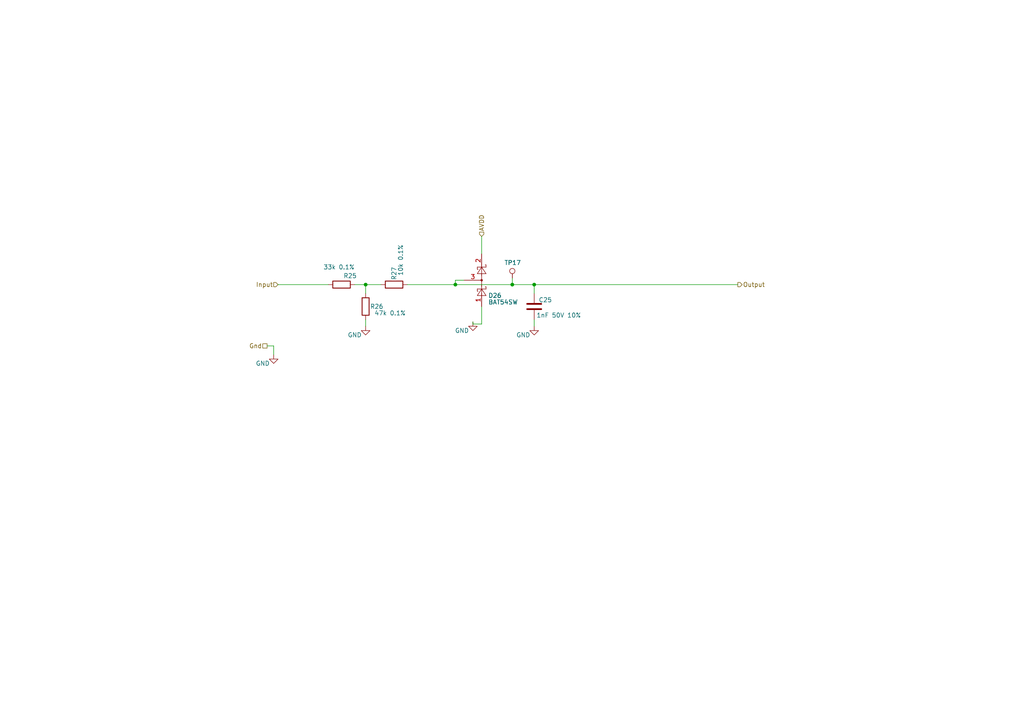
<source format=kicad_sch>
(kicad_sch (version 20231120) (generator "eeschema") (generator_version "8.0")
  (paper "A4")
  (lib_symbols
    (symbol "Device:C" (pin_numbers hide) (pin_names (offset 0.254))
      (property "Reference" "C" (at 0.635 2.54 0))
      (property "Value" "C" (at 0.635 -2.54 0))
      (symbol "C_0_1"
        (polyline (pts (xy -2.032 -0.762) (xy 2.032 -0.762)) (stroke (width 0.508)))
        (polyline (pts (xy -2.032 0.762) (xy 2.032 0.762)) (stroke (width 0.508)))
      )
      (symbol "C_1_1"
        (pin passive line (at 0 3.81 270) (length 2.794) (name "~") (number "1"))
        (pin passive line (at 0 -3.81 90) (length 2.794) (name "~") (number "2"))
      )
    )
    (symbol "Device:R" (pin_numbers hide) (pin_names (offset 0))
      (property "Reference" "R" (at 2.032 0 90))
      (property "Value" "R" (at 0 0 90))
      (symbol "R_0_1"
        (rectangle (start -1.016 -2.54) (end 1.016 2.54) (stroke (width 0.254)))
      )
      (symbol "R_1_1"
        (pin passive line (at 0 3.81 270) (length 1.27) (name "~") (number "1"))
        (pin passive line (at 0 -3.81 90) (length 1.27) (name "~") (number "2"))
      )
    )
    (symbol "Diode:BAT54SW" (pin_names (offset 1.016))
      (property "Reference" "D" (at 0.635 -3.81 0))
      (property "Value" "BAT54SW" (at -6.35 3.175 0))
      (symbol "BAT54SW_0_1"
        (polyline (pts (xy -3.81 0) (xy -1.27 0)))
        (polyline (pts (xy -3.175 -1.27) (xy -3.175 -1.016)))
        (polyline (pts (xy -2.54 -1.27) (xy -3.175 -1.27)))
        (polyline (pts (xy -2.54 -1.27) (xy -2.54 1.27)))
        (polyline (pts (xy -2.54 1.27) (xy -1.905 1.27)))
        (polyline (pts (xy -1.905 0) (xy 1.905 0)))
        (polyline (pts (xy -1.905 1.27) (xy -1.905 1.016)))
        (polyline (pts (xy 1.27 0) (xy 3.81 0)))
        (polyline (pts (xy 3.175 -1.27) (xy 3.175 -1.016)))
        (polyline (pts (xy 3.81 -1.27) (xy 3.175 -1.27)))
        (polyline (pts (xy 3.81 -1.27) (xy 3.81 1.27)))
        (polyline (pts (xy 3.81 1.27) (xy 4.445 1.27)))
        (polyline (pts (xy 4.445 1.27) (xy 4.445 1.016)))
        (polyline (pts (xy -4.445 1.27) (xy -4.445 -1.27) (xy -2.54 0) (xy -4.445 1.27)))
        (polyline (pts (xy 1.905 1.27) (xy 1.905 -1.27) (xy 3.81 0) (xy 1.905 1.27)))
        (circle (center 0 0) (radius 0.254) (fill (type outline)))
      )
      (symbol "BAT54SW_1_1"
        (pin passive line (at -7.62 0 0) (length 3.81) (name "~") (number "1"))
        (pin passive line (at 7.62 0 180) (length 3.81) (name "~") (number "2"))
        (pin passive line (at 0 -5.08 90) (length 5.08) (name "~") (number "3"))
      )
    )
    (symbol "TP:TestPointShort" (pin_numbers hide) (pin_names (offset 0.762) hide) (in_bom no)
      (property "Reference" "TP" (at 0 6.35 0))
      (property "Value" "TestPointShort" (at 0 3.81 0))
      (symbol "TestPointShort_0_1"
        (circle (center 0 2.032) (radius 0.762))
      )
      (symbol "TestPointShort_1_1"
        (pin passive line (at 0 0 90) (length 1.27) (name "1") (number "1"))
      )
    )
    (symbol "power:GND" (power) (pin_names (offset 0))
      (property "Value" "GND" (at 0 -3.81 0))
      (symbol "GND_0_1"
        (polyline (pts (xy 0 0) (xy 0 -1.27) (xy 1.27 -1.27) (xy 0 -2.54) (xy -1.27 -1.27) (xy 0 -1.27)))
      )
      (symbol "GND_1_1"
        (pin power_in line (at 0 0 270) (length 0) hide (name "GND") (number "1"))
      )
    )
  )
  (junction (at 154.94 82.55))
  (junction (at 106.045 82.55))
  (junction (at 148.59 82.55))
  (junction (at 132.08 82.55))
  (wire (pts (xy 106.045 92.71) (xy 106.045 94.615)))
  (wire (pts (xy 154.94 94.615) (xy 154.94 92.71)))
  (wire (pts (xy 148.59 80.645) (xy 148.59 82.55)))
  (wire (pts (xy 137.16 93.98) (xy 137.16 93.345)))
  (wire (pts (xy 79.375 100.33) (xy 79.375 102.87)))
  (wire (pts (xy 154.94 82.55) (xy 154.94 85.09)))
  (wire (pts (xy 102.87 82.55) (xy 106.045 82.55)))
  (wire (pts (xy 139.7 68.58) (xy 139.7 73.66)))
  (wire (pts (xy 106.045 82.55) (xy 110.49 82.55)))
  (wire (pts (xy 132.08 81.28) (xy 132.08 82.55)))
  (wire (pts (xy 134.62 81.28) (xy 132.08 81.28)))
  (wire (pts (xy 139.7 93.98) (xy 137.16 93.98)))
  (wire (pts (xy 148.59 82.55) (xy 154.94 82.55)))
  (wire (pts (xy 80.645 82.55) (xy 95.25 82.55)))
  (wire (pts (xy 77.47 100.33) (xy 79.375 100.33)))
  (wire (pts (xy 139.7 88.9) (xy 139.7 93.98)))
  (wire (pts (xy 118.11 82.55) (xy 132.08 82.55)))
  (wire (pts (xy 154.94 82.55) (xy 213.995 82.55)))
  (wire (pts (xy 132.08 82.55) (xy 148.59 82.55)))
  (wire (pts (xy 106.045 82.55) (xy 106.045 85.09)))
  (hierarchical_label "Input" (shape input) (at 80.645 82.55 180))
  (hierarchical_label "Gnd" (shape passive) (at 77.47 100.33 180))
  (hierarchical_label "Output" (shape output) (at 213.995 82.55 0))
  (hierarchical_label "AVDD" (shape input) (at 139.7 68.58 90))
  (symbol (lib_id "power:GND") (at 79.375 102.87 0) (unit 1)
    (property "Reference" "#PWR071" (effects (hide yes)))
    (property "Value" "GND" (at 76.2 105.41 0))
    (instances (project "plant_watering" (path "" (reference "#PWR071") (unit 1)) (path "" (reference "#PWR075") (unit 1))))
  )
  (symbol (lib_id "TP:TestPointShort") (at 148.59 80.645 0) (mirror y) (unit 1) (in_bom no)
    (property "Reference" "TP17" (at 151.13 76.2 0) (effects (justify left)))
    (property "Value" "TP" (effects (hide yes)))
    (property "Footprint" "TestPoint:TestPoint_Pad_D1.0mm" (effects (hide yes)))
    (property "Shop" "N/A" (effects (hide yes)))
    (instances (project "plant_watering" (path "" (reference "TP17") (unit 1)) (path "" (reference "TP18") (unit 1))))
  )
  (symbol (lib_id "Diode:BAT54SW") (at 139.7 81.28 270) (mirror x) (unit 1)
    (property "Reference" "D26" (at 141.605 85.7249 90) (effects (justify left)))
    (property "Value" "BAT54SW" (at 141.605 87.6299 90) (effects (justify left)))
    (property "Footprint" "Package_TO_SOT_SMD:SOT-323_SC-70" (effects (hide yes)))
    (property "TME link" "https://www.tme.eu/pl/details/bat54sw.115/diody-schottky-smd/nexperia/bat54sw-115/" (effects (hide yes)))
    (instances (project "plant_watering" (path "" (reference "D26") (unit 1)) (path "" (reference "D27") (unit 1))))
  )
  (symbol (lib_id "power:GND") (at 106.045 94.615 0) (unit 1)
    (property "Reference" "#PWR072" (effects (hide yes)))
    (property "Value" "GND" (at 102.87 97.155 0))
    (instances (project "plant_watering" (path "" (reference "#PWR072") (unit 1)) (path "" (reference "#PWR076") (unit 1))))
  )
  (symbol (lib_id "Device:R") (at 99.06 82.55 90) (unit 1)
    (property "Reference" "R25" (at 103.505 80.01 90) (effects (justify left)))
    (property "Value" "33k 0.1%" (at 102.87 77.47 90) (effects (justify left)))
    (property "Footprint" "Resistor_SMD:R_0805_2012Metric" (effects (hide yes)))
    (property "TME link" "https://www.tme.eu/pl/details/rc0805fr-0733k/rezystory-smd/yageo/rc0805fr-0733kl/" (effects (hide yes)))
    (instances (project "plant_watering" (path "" (reference "R25") (unit 1)) (path "" (reference "R28") (unit 1))))
  )
  (symbol (lib_id "power:GND") (at 154.94 94.615 0) (unit 1)
    (property "Reference" "#PWR074" (effects (hide yes)))
    (property "Value" "GND" (at 151.765 97.155 0))
    (instances (project "plant_watering" (path "" (reference "#PWR074") (unit 1)) (path "" (reference "#PWR078") (unit 1))))
  )
  (symbol (lib_id "Device:R") (at 114.3 82.55 90) (unit 1)
    (property "Reference" "R27" (at 114.3 81.28 0) (effects (justify left)))
    (property "Value" "10k 0.1%" (at 116.205 80.01 0) (effects (justify left)))
    (property "Footprint" "Resistor_SMD:R_0805_2012Metric" (effects (hide yes)))
    (property "TME link" "https://www.tme.eu/pl/details/rca080510k0fkea/rezystory-smd/vishay/" (effects (hide yes)))
    (instances (project "plant_watering" (path "" (reference "R27") (unit 1)) (path "" (reference "R30") (unit 1))))
  )
  (symbol (lib_id "Device:C") (at 154.94 88.9 0) (unit 1)
    (property "Reference" "C25" (at 156.21 86.995 0) (effects (justify left)))
    (property "Value" "1nF 50V 10%" (at 155.575 91.44 0) (effects (justify left)))
    (property "Footprint" "Capacitor_SMD:C_0805_2012Metric" (effects (hide yes)))
    (property "TME link" "https://www.tme.eu/pl/details/0805b103k500ct/kondensatory-mlcc-smd/walsin/" (effects (hide yes)))
    (instances (project "plant_watering" (path "" (reference "C25") (unit 1)) (path "" (reference "C26") (unit 1))))
  )
  (symbol (lib_id "power:GND") (at 137.16 93.345 0) (unit 1)
    (property "Reference" "#PWR073" (effects (hide yes)))
    (property "Value" "GND" (at 133.985 95.885 0))
    (instances (project "plant_watering" (path "" (reference "#PWR073") (unit 1)) (path "" (reference "#PWR077") (unit 1))))
  )
  (symbol (lib_id "Device:R") (at 106.045 88.9 0) (unit 1)
    (property "Reference" "R26" (at 107.315 88.9 0) (effects (justify left)))
    (property "Value" "47k 0.1%" (at 108.585 90.805 0) (effects (justify left)))
    (property "Footprint" "Resistor_SMD:R_0805_2012Metric" (effects (hide yes)))
    (property "TME link" "https://www.tme.eu/pl/details/rc0805fr-0747k/rezystory-smd/yageo/rc0805fr-0747kl/" (effects (hide yes)))
    (instances (project "plant_watering" (path "" (reference "R26") (unit 1)) (path "" (reference "R29") (unit 1))))
  )
)
</source>
